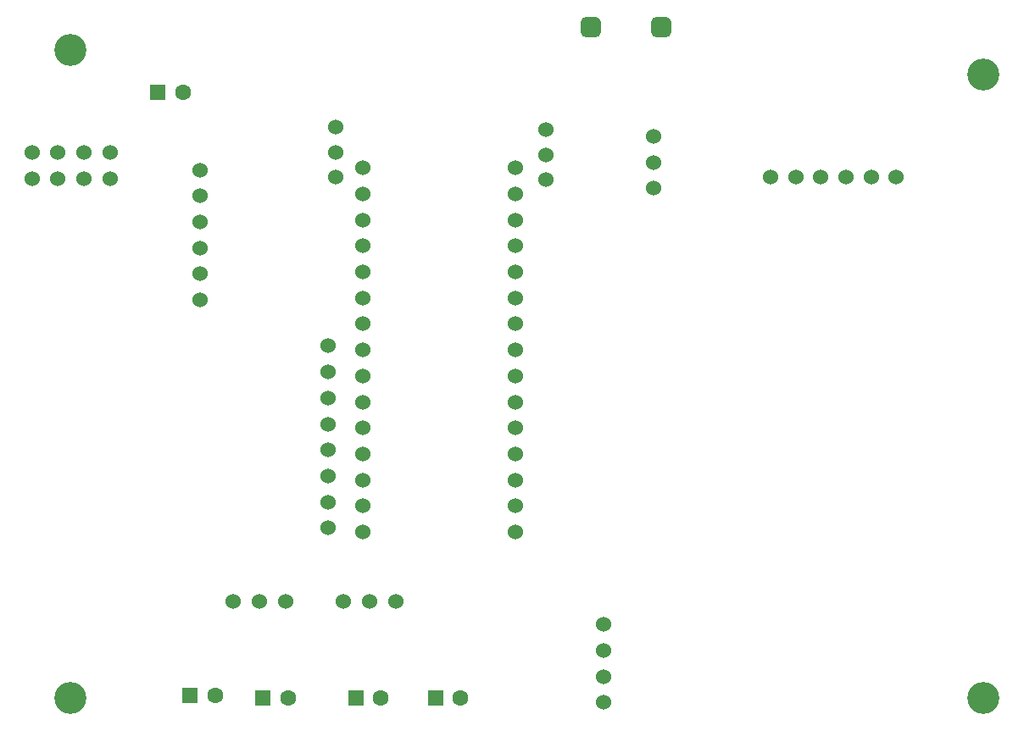
<source format=gbr>
%TF.GenerationSoftware,KiCad,Pcbnew,8.0.0*%
%TF.CreationDate,2025-03-20T21:29:14+05:30*%
%TF.ProjectId,Final_PCB_Schematic,46696e61-6c5f-4504-9342-5f536368656d,rev?*%
%TF.SameCoordinates,Original*%
%TF.FileFunction,Soldermask,Top*%
%TF.FilePolarity,Negative*%
%FSLAX46Y46*%
G04 Gerber Fmt 4.6, Leading zero omitted, Abs format (unit mm)*
G04 Created by KiCad (PCBNEW 8.0.0) date 2025-03-20 21:29:14*
%MOMM*%
%LPD*%
G01*
G04 APERTURE LIST*
G04 Aperture macros list*
%AMRoundRect*
0 Rectangle with rounded corners*
0 $1 Rounding radius*
0 $2 $3 $4 $5 $6 $7 $8 $9 X,Y pos of 4 corners*
0 Add a 4 corners polygon primitive as box body*
4,1,4,$2,$3,$4,$5,$6,$7,$8,$9,$2,$3,0*
0 Add four circle primitives for the rounded corners*
1,1,$1+$1,$2,$3*
1,1,$1+$1,$4,$5*
1,1,$1+$1,$6,$7*
1,1,$1+$1,$8,$9*
0 Add four rect primitives between the rounded corners*
20,1,$1+$1,$2,$3,$4,$5,0*
20,1,$1+$1,$4,$5,$6,$7,0*
20,1,$1+$1,$6,$7,$8,$9,0*
20,1,$1+$1,$8,$9,$2,$3,0*%
G04 Aperture macros list end*
%ADD10C,3.200000*%
%ADD11R,1.600000X1.600000*%
%ADD12C,1.600000*%
%ADD13C,1.524000*%
%ADD14RoundRect,0.500000X-0.500000X-0.500000X0.500000X-0.500000X0.500000X0.500000X-0.500000X0.500000X0*%
G04 APERTURE END LIST*
D10*
%TO.C,H1*%
X96250000Y-60250000D03*
%TD*%
D11*
%TO.C,C4*%
X105000000Y-64500000D03*
D12*
X107500000Y-64500000D03*
%TD*%
D10*
%TO.C,H4*%
X187500000Y-125000000D03*
%TD*%
%TO.C,H2*%
X187500000Y-62750000D03*
%TD*%
%TO.C,H3*%
X96250000Y-125000000D03*
%TD*%
D13*
%TO.C,U11*%
X166250000Y-73000000D03*
X168750000Y-73000000D03*
X171250000Y-73000000D03*
X173750000Y-73000000D03*
X176250000Y-73000000D03*
X178750000Y-73000000D03*
%TD*%
D11*
%TO.C,C2*%
X108250000Y-124750000D03*
D12*
X110750000Y-124750000D03*
%TD*%
D13*
%TO.C,U15*%
X143750000Y-73250000D03*
X143750000Y-70750000D03*
X143750000Y-68250000D03*
%TD*%
%TO.C,U7*%
X117750000Y-115356000D03*
X115150000Y-115356000D03*
X112550000Y-115356000D03*
%TD*%
D11*
%TO.C,C3*%
X132750000Y-125000000D03*
D12*
X135250000Y-125000000D03*
%TD*%
D13*
%TO.C,U8*%
X122750000Y-68000000D03*
X122750000Y-70500000D03*
X122750000Y-73000000D03*
%TD*%
D14*
%TO.C,U13*%
X148250000Y-58000000D03*
X155250000Y-58000000D03*
%TD*%
D13*
%TO.C,U5*%
X109250000Y-72250000D03*
X109250000Y-74850000D03*
X109250000Y-77450000D03*
X109250000Y-80050000D03*
X109250000Y-82650000D03*
X109250000Y-85250000D03*
%TD*%
%TO.C,U4*%
X154500000Y-68900000D03*
X154500000Y-71500000D03*
X154500000Y-74100000D03*
%TD*%
%TO.C,U3*%
X122000000Y-89850000D03*
X122000000Y-92450000D03*
X122000000Y-95050000D03*
X122000000Y-97650000D03*
X122000000Y-100250000D03*
X122000000Y-102850000D03*
X122000000Y-105450000D03*
X122000000Y-108050000D03*
%TD*%
%TO.C,U1*%
X140750000Y-108450000D03*
X140750000Y-105850000D03*
X140750000Y-103250000D03*
X140750000Y-100650000D03*
X140750000Y-98050000D03*
X140750000Y-95450000D03*
X140750000Y-92850000D03*
X140750000Y-90250000D03*
X140750000Y-87650000D03*
X140750000Y-85050000D03*
X140750000Y-82450000D03*
X140750000Y-79850000D03*
X140750000Y-77250000D03*
X140750000Y-74650000D03*
X140750000Y-72050000D03*
X125510000Y-108450000D03*
X125510000Y-105850000D03*
X125510000Y-103250000D03*
X125510000Y-100650000D03*
X125510000Y-98050000D03*
X125510000Y-95450000D03*
X125510000Y-92850000D03*
X125510000Y-90250000D03*
X125510000Y-87650000D03*
X125510000Y-85050000D03*
X125510000Y-82450000D03*
X125510000Y-79850000D03*
X125510000Y-77250000D03*
X125510000Y-74650000D03*
X125510000Y-72050000D03*
%TD*%
%TO.C,U2*%
X149500000Y-125500000D03*
X149500000Y-122900000D03*
X149500000Y-120300000D03*
X149500000Y-117700000D03*
%TD*%
D11*
%TO.C,C5*%
X124794888Y-125000000D03*
D12*
X127294888Y-125000000D03*
%TD*%
D13*
%TO.C,U14*%
X128750000Y-115356000D03*
X126150000Y-115356000D03*
X123550000Y-115356000D03*
%TD*%
D11*
%TO.C,C1*%
X115500000Y-125000000D03*
D12*
X118000000Y-125000000D03*
%TD*%
D13*
%TO.C,U6*%
X100250000Y-70500000D03*
X100250000Y-73100000D03*
X97650000Y-70500000D03*
X97650000Y-73100000D03*
X95050000Y-70500000D03*
X95050000Y-73100000D03*
X92450000Y-70500000D03*
X92450000Y-73100000D03*
%TD*%
M02*

</source>
